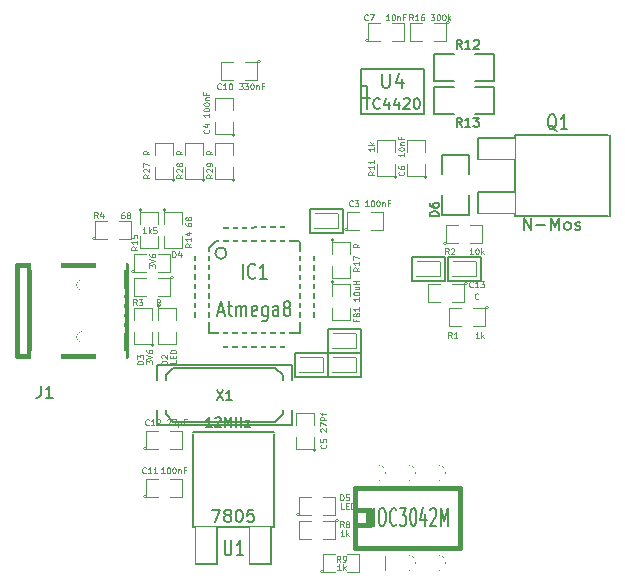
<source format=gto>
G04 (created by PCBNEW (2013-mar-13)-testing) date czw, 7 sie 2014, 20:04:06*
%MOIN*%
G04 Gerber Fmt 3.4, Leading zero omitted, Abs format*
%FSLAX34Y34*%
G01*
G70*
G90*
G04 APERTURE LIST*
%ADD10C,0.005906*%
%ADD11C,0.003900*%
%ADD12C,0.005000*%
%ADD13C,0.015000*%
%ADD14C,0.006000*%
%ADD15C,0.004300*%
%ADD16C,0.008000*%
%ADD17C,0.010000*%
%ADD18R,0.035000X0.055000*%
%ADD19R,0.055000X0.035000*%
%ADD20R,0.080000X0.060000*%
%ADD21R,0.090600X0.019700*%
%ADD22R,0.098400X0.078700*%
%ADD23C,0.035400*%
%ADD24R,0.060000X0.060000*%
%ADD25C,0.060000*%
%ADD26R,0.080000X0.050000*%
%ADD27C,0.189000*%
%ADD28R,0.189000X0.189000*%
%ADD29R,0.120000X0.065000*%
%ADD30R,0.240000X0.240000*%
%ADD31C,0.055000*%
%ADD32R,0.060000X0.080000*%
%ADD33R,0.065000X0.120000*%
%ADD34C,0.070000*%
%ADD35R,0.070000X0.070000*%
%ADD36R,0.216500X0.078700*%
%ADD37R,0.078700X0.017700*%
%ADD38R,0.017700X0.078700*%
%ADD39R,0.055000X0.055000*%
%ADD40R,0.023600X0.055100*%
G04 APERTURE END LIST*
G54D10*
G54D11*
X10692Y-7877D02*
G75*
G03X10692Y-7877I-50J0D01*
G74*
G01*
X11092Y-7877D02*
X10692Y-7877D01*
X10692Y-7877D02*
X10692Y-7277D01*
X10692Y-7277D02*
X11092Y-7277D01*
X11492Y-7277D02*
X11892Y-7277D01*
X11892Y-7277D02*
X11892Y-7877D01*
X11892Y-7877D02*
X11492Y-7877D01*
X6942Y-4727D02*
G75*
G03X6942Y-4727I-50J0D01*
G74*
G01*
X6892Y-4277D02*
X6892Y-4677D01*
X6892Y-4677D02*
X6292Y-4677D01*
X6292Y-4677D02*
X6292Y-4277D01*
X6292Y-3877D02*
X6292Y-3477D01*
X6292Y-3477D02*
X6892Y-3477D01*
X6892Y-3477D02*
X6892Y-3877D01*
X9642Y-15227D02*
G75*
G03X9642Y-15227I-50J0D01*
G74*
G01*
X9592Y-14777D02*
X9592Y-15177D01*
X9592Y-15177D02*
X8992Y-15177D01*
X8992Y-15177D02*
X8992Y-14777D01*
X8992Y-14377D02*
X8992Y-13977D01*
X8992Y-13977D02*
X9592Y-13977D01*
X9592Y-13977D02*
X9592Y-14377D01*
X13342Y-6127D02*
G75*
G03X13342Y-6127I-50J0D01*
G74*
G01*
X13292Y-5677D02*
X13292Y-6077D01*
X13292Y-6077D02*
X12692Y-6077D01*
X12692Y-6077D02*
X12692Y-5677D01*
X12692Y-5277D02*
X12692Y-4877D01*
X12692Y-4877D02*
X13292Y-4877D01*
X13292Y-4877D02*
X13292Y-5277D01*
X11392Y-1577D02*
G75*
G03X11392Y-1577I-50J0D01*
G74*
G01*
X11792Y-1577D02*
X11392Y-1577D01*
X11392Y-1577D02*
X11392Y-977D01*
X11392Y-977D02*
X11792Y-977D01*
X12192Y-977D02*
X12592Y-977D01*
X12592Y-977D02*
X12592Y-1577D01*
X12592Y-1577D02*
X12192Y-1577D01*
X7792Y-2277D02*
G75*
G03X7792Y-2277I-50J0D01*
G74*
G01*
X7292Y-2277D02*
X7692Y-2277D01*
X7692Y-2277D02*
X7692Y-2877D01*
X7692Y-2877D02*
X7292Y-2877D01*
X6892Y-2877D02*
X6492Y-2877D01*
X6492Y-2877D02*
X6492Y-2277D01*
X6492Y-2277D02*
X6892Y-2277D01*
X3992Y-16777D02*
G75*
G03X3992Y-16777I-50J0D01*
G74*
G01*
X4392Y-16777D02*
X3992Y-16777D01*
X3992Y-16777D02*
X3992Y-16177D01*
X3992Y-16177D02*
X4392Y-16177D01*
X4792Y-16177D02*
X5192Y-16177D01*
X5192Y-16177D02*
X5192Y-16777D01*
X5192Y-16777D02*
X4792Y-16777D01*
X3992Y-15177D02*
G75*
G03X3992Y-15177I-50J0D01*
G74*
G01*
X4392Y-15177D02*
X3992Y-15177D01*
X3992Y-15177D02*
X3992Y-14577D01*
X3992Y-14577D02*
X4392Y-14577D01*
X4792Y-14577D02*
X5192Y-14577D01*
X5192Y-14577D02*
X5192Y-15177D01*
X5192Y-15177D02*
X4792Y-15177D01*
X14692Y-9677D02*
G75*
G03X14692Y-9677I-50J0D01*
G74*
G01*
X14192Y-9677D02*
X14592Y-9677D01*
X14592Y-9677D02*
X14592Y-10277D01*
X14592Y-10277D02*
X14192Y-10277D01*
X13792Y-10277D02*
X13392Y-10277D01*
X13392Y-10277D02*
X13392Y-9677D01*
X13392Y-9677D02*
X13792Y-9677D01*
X4442Y-10427D02*
G75*
G03X4442Y-10427I-50J0D01*
G74*
G01*
X4392Y-10877D02*
X4392Y-10477D01*
X4392Y-10477D02*
X4992Y-10477D01*
X4992Y-10477D02*
X4992Y-10877D01*
X4992Y-11277D02*
X4992Y-11677D01*
X4992Y-11677D02*
X4392Y-11677D01*
X4392Y-11677D02*
X4392Y-11277D01*
X4242Y-11727D02*
G75*
G03X4242Y-11727I-50J0D01*
G74*
G01*
X4192Y-11277D02*
X4192Y-11677D01*
X4192Y-11677D02*
X3592Y-11677D01*
X3592Y-11677D02*
X3592Y-11277D01*
X3592Y-10877D02*
X3592Y-10477D01*
X3592Y-10477D02*
X4192Y-10477D01*
X4192Y-10477D02*
X4192Y-10877D01*
X3592Y-9277D02*
G75*
G03X3592Y-9277I-50J0D01*
G74*
G01*
X3992Y-9277D02*
X3592Y-9277D01*
X3592Y-9277D02*
X3592Y-8677D01*
X3592Y-8677D02*
X3992Y-8677D01*
X4392Y-8677D02*
X4792Y-8677D01*
X4792Y-8677D02*
X4792Y-9277D01*
X4792Y-9277D02*
X4392Y-9277D01*
X9092Y-17377D02*
G75*
G03X9092Y-17377I-50J0D01*
G74*
G01*
X9492Y-17377D02*
X9092Y-17377D01*
X9092Y-17377D02*
X9092Y-16777D01*
X9092Y-16777D02*
X9492Y-16777D01*
X9892Y-16777D02*
X10292Y-16777D01*
X10292Y-16777D02*
X10292Y-17377D01*
X10292Y-17377D02*
X9892Y-17377D01*
G54D12*
X13842Y-7377D02*
X14742Y-7377D01*
X14742Y-7377D02*
X14742Y-6727D01*
X13842Y-6027D02*
X13842Y-5377D01*
X13842Y-5377D02*
X14742Y-5377D01*
X14742Y-5377D02*
X14742Y-6027D01*
X13842Y-6727D02*
X13842Y-7377D01*
G54D11*
X10242Y-9627D02*
G75*
G03X10242Y-9627I-50J0D01*
G74*
G01*
X10192Y-10077D02*
X10192Y-9677D01*
X10192Y-9677D02*
X10792Y-9677D01*
X10792Y-9677D02*
X10792Y-10077D01*
X10792Y-10477D02*
X10792Y-10877D01*
X10792Y-10877D02*
X10192Y-10877D01*
X10192Y-10877D02*
X10192Y-10477D01*
G54D13*
X75Y-9061D02*
X75Y-12093D01*
X-318Y-9061D02*
X-318Y-12093D01*
X-318Y-12093D02*
X3303Y-12093D01*
X3303Y-12093D02*
X3303Y-9061D01*
X3303Y-9061D02*
X-318Y-9061D01*
G54D10*
X12842Y-8777D02*
X13942Y-8777D01*
X13942Y-8777D02*
X13942Y-9577D01*
X13942Y-9577D02*
X12842Y-9577D01*
X12842Y-9577D02*
X12842Y-8777D01*
X8942Y-11977D02*
X10042Y-11977D01*
X10042Y-11977D02*
X10042Y-12777D01*
X10042Y-12777D02*
X8942Y-12777D01*
X8942Y-12777D02*
X8942Y-11977D01*
X10042Y-11977D02*
X11142Y-11977D01*
X11142Y-11977D02*
X11142Y-12777D01*
X11142Y-12777D02*
X10042Y-12777D01*
X10042Y-12777D02*
X10042Y-11977D01*
X10042Y-11177D02*
X11142Y-11177D01*
X11142Y-11177D02*
X11142Y-11977D01*
X11142Y-11977D02*
X10042Y-11977D01*
X10042Y-11977D02*
X10042Y-11177D01*
X9442Y-7177D02*
X10542Y-7177D01*
X10542Y-7177D02*
X10542Y-7977D01*
X10542Y-7977D02*
X9442Y-7977D01*
X9442Y-7977D02*
X9442Y-7177D01*
X14042Y-8777D02*
X15142Y-8777D01*
X15142Y-8777D02*
X15142Y-9577D01*
X15142Y-9577D02*
X14042Y-9577D01*
X14042Y-9577D02*
X14042Y-8777D01*
G54D12*
X16292Y-6627D02*
X15042Y-6627D01*
X15042Y-6627D02*
X15042Y-7327D01*
X15042Y-7327D02*
X16292Y-7327D01*
X16292Y-4827D02*
X15042Y-4827D01*
X15042Y-4827D02*
X15042Y-5527D01*
X15042Y-5527D02*
X16292Y-5527D01*
X18692Y-7427D02*
X16292Y-7427D01*
X16292Y-7427D02*
X16292Y-4727D01*
X16292Y-4727D02*
X19392Y-4727D01*
X19442Y-4727D02*
X19442Y-7427D01*
X19392Y-7427D02*
X18692Y-7427D01*
G54D11*
X15392Y-10477D02*
G75*
G03X15392Y-10477I-50J0D01*
G74*
G01*
X14892Y-10477D02*
X15292Y-10477D01*
X15292Y-10477D02*
X15292Y-11077D01*
X15292Y-11077D02*
X14892Y-11077D01*
X14492Y-11077D02*
X14092Y-11077D01*
X14092Y-11077D02*
X14092Y-10477D01*
X14092Y-10477D02*
X14492Y-10477D01*
X13992Y-8327D02*
G75*
G03X13992Y-8327I-50J0D01*
G74*
G01*
X14392Y-8327D02*
X13992Y-8327D01*
X13992Y-8327D02*
X13992Y-7727D01*
X13992Y-7727D02*
X14392Y-7727D01*
X14792Y-7727D02*
X15192Y-7727D01*
X15192Y-7727D02*
X15192Y-8327D01*
X15192Y-8327D02*
X14792Y-8327D01*
X4892Y-9477D02*
G75*
G03X4892Y-9477I-50J0D01*
G74*
G01*
X4392Y-9477D02*
X4792Y-9477D01*
X4792Y-9477D02*
X4792Y-10077D01*
X4792Y-10077D02*
X4392Y-10077D01*
X3992Y-10077D02*
X3592Y-10077D01*
X3592Y-10077D02*
X3592Y-9477D01*
X3592Y-9477D02*
X3992Y-9477D01*
X2292Y-8177D02*
G75*
G03X2292Y-8177I-50J0D01*
G74*
G01*
X2692Y-8177D02*
X2292Y-8177D01*
X2292Y-8177D02*
X2292Y-7577D01*
X2292Y-7577D02*
X2692Y-7577D01*
X3092Y-7577D02*
X3492Y-7577D01*
X3492Y-7577D02*
X3492Y-8177D01*
X3492Y-8177D02*
X3092Y-8177D01*
X10392Y-17577D02*
G75*
G03X10392Y-17577I-50J0D01*
G74*
G01*
X9892Y-17577D02*
X10292Y-17577D01*
X10292Y-17577D02*
X10292Y-18177D01*
X10292Y-18177D02*
X9892Y-18177D01*
X9492Y-18177D02*
X9092Y-18177D01*
X9092Y-18177D02*
X9092Y-17577D01*
X9092Y-17577D02*
X9492Y-17577D01*
X9892Y-19277D02*
G75*
G03X9892Y-19277I-50J0D01*
G74*
G01*
X10292Y-19277D02*
X9892Y-19277D01*
X9892Y-19277D02*
X9892Y-18677D01*
X9892Y-18677D02*
X10292Y-18677D01*
X10692Y-18677D02*
X11092Y-18677D01*
X11092Y-18677D02*
X11092Y-19277D01*
X11092Y-19277D02*
X10692Y-19277D01*
X12342Y-6127D02*
G75*
G03X12342Y-6127I-50J0D01*
G74*
G01*
X12292Y-5677D02*
X12292Y-6077D01*
X12292Y-6077D02*
X11692Y-6077D01*
X11692Y-6077D02*
X11692Y-5677D01*
X11692Y-5277D02*
X11692Y-4877D01*
X11692Y-4877D02*
X12292Y-4877D01*
X12292Y-4877D02*
X12292Y-5277D01*
G54D12*
X13592Y-2027D02*
X13592Y-2927D01*
X13592Y-2927D02*
X14242Y-2927D01*
X14942Y-2027D02*
X15592Y-2027D01*
X15592Y-2027D02*
X15592Y-2927D01*
X15592Y-2927D02*
X14942Y-2927D01*
X14242Y-2027D02*
X13592Y-2027D01*
X13592Y-3127D02*
X13592Y-4027D01*
X13592Y-4027D02*
X14242Y-4027D01*
X14942Y-3127D02*
X15592Y-3127D01*
X15592Y-3127D02*
X15592Y-4027D01*
X15592Y-4027D02*
X14942Y-4027D01*
X14242Y-3127D02*
X13592Y-3127D01*
G54D11*
X4642Y-7227D02*
G75*
G03X4642Y-7227I-50J0D01*
G74*
G01*
X4592Y-7677D02*
X4592Y-7277D01*
X4592Y-7277D02*
X5192Y-7277D01*
X5192Y-7277D02*
X5192Y-7677D01*
X5192Y-8077D02*
X5192Y-8477D01*
X5192Y-8477D02*
X4592Y-8477D01*
X4592Y-8477D02*
X4592Y-8077D01*
X3842Y-7227D02*
G75*
G03X3842Y-7227I-50J0D01*
G74*
G01*
X3792Y-7677D02*
X3792Y-7277D01*
X3792Y-7277D02*
X4392Y-7277D01*
X4392Y-7277D02*
X4392Y-7677D01*
X4392Y-8077D02*
X4392Y-8477D01*
X4392Y-8477D02*
X3792Y-8477D01*
X3792Y-8477D02*
X3792Y-8077D01*
X14092Y-977D02*
G75*
G03X14092Y-977I-50J0D01*
G74*
G01*
X13592Y-977D02*
X13992Y-977D01*
X13992Y-977D02*
X13992Y-1577D01*
X13992Y-1577D02*
X13592Y-1577D01*
X13192Y-1577D02*
X12792Y-1577D01*
X12792Y-1577D02*
X12792Y-977D01*
X12792Y-977D02*
X13192Y-977D01*
X10242Y-8227D02*
G75*
G03X10242Y-8227I-50J0D01*
G74*
G01*
X10192Y-8677D02*
X10192Y-8277D01*
X10192Y-8277D02*
X10792Y-8277D01*
X10792Y-8277D02*
X10792Y-8677D01*
X10792Y-9077D02*
X10792Y-9477D01*
X10792Y-9477D02*
X10192Y-9477D01*
X10192Y-9477D02*
X10192Y-9077D01*
X4942Y-6227D02*
G75*
G03X4942Y-6227I-50J0D01*
G74*
G01*
X4892Y-5777D02*
X4892Y-6177D01*
X4892Y-6177D02*
X4292Y-6177D01*
X4292Y-6177D02*
X4292Y-5777D01*
X4292Y-5377D02*
X4292Y-4977D01*
X4292Y-4977D02*
X4892Y-4977D01*
X4892Y-4977D02*
X4892Y-5377D01*
X5942Y-6227D02*
G75*
G03X5942Y-6227I-50J0D01*
G74*
G01*
X5892Y-5777D02*
X5892Y-6177D01*
X5892Y-6177D02*
X5292Y-6177D01*
X5292Y-6177D02*
X5292Y-5777D01*
X5292Y-5377D02*
X5292Y-4977D01*
X5292Y-4977D02*
X5892Y-4977D01*
X5892Y-4977D02*
X5892Y-5377D01*
X6942Y-6227D02*
G75*
G03X6942Y-6227I-50J0D01*
G74*
G01*
X6892Y-5777D02*
X6892Y-6177D01*
X6892Y-6177D02*
X6292Y-6177D01*
X6292Y-6177D02*
X6292Y-5777D01*
X6292Y-5377D02*
X6292Y-4977D01*
X6292Y-4977D02*
X6892Y-4977D01*
X6892Y-4977D02*
X6892Y-5377D01*
G54D12*
X7442Y-17777D02*
X7442Y-19027D01*
X7442Y-19027D02*
X8142Y-19027D01*
X8142Y-19027D02*
X8142Y-17777D01*
X5642Y-17777D02*
X5642Y-19027D01*
X5642Y-19027D02*
X6342Y-19027D01*
X6342Y-19027D02*
X6342Y-17777D01*
X8242Y-15377D02*
X8242Y-17777D01*
X8242Y-17777D02*
X5542Y-17777D01*
X5542Y-17777D02*
X5542Y-14677D01*
X5542Y-14627D02*
X8242Y-14627D01*
X8242Y-14677D02*
X8242Y-15377D01*
G54D10*
X4642Y-12727D02*
X4642Y-12877D01*
X4642Y-14027D02*
X4642Y-13877D01*
X8542Y-14027D02*
X8542Y-13877D01*
X8542Y-12727D02*
X8542Y-12877D01*
X8842Y-12377D02*
X8842Y-12877D01*
X8842Y-14377D02*
X8842Y-13877D01*
X4342Y-14377D02*
X4342Y-13877D01*
X4342Y-12377D02*
X4342Y-12877D01*
X4642Y-14027D02*
X4892Y-14277D01*
X4892Y-14277D02*
X8292Y-14277D01*
X8292Y-14277D02*
X8542Y-14027D01*
X8542Y-12727D02*
X8292Y-12477D01*
X8292Y-12477D02*
X4892Y-12477D01*
X4892Y-12477D02*
X4642Y-12727D01*
X8842Y-14377D02*
X4342Y-14377D01*
X4342Y-12377D02*
X8842Y-12377D01*
G54D14*
X9572Y-10867D02*
X9122Y-10867D01*
X9572Y-8687D02*
X9132Y-8687D01*
X9572Y-10867D02*
X9572Y-8687D01*
X8692Y-11337D02*
X8692Y-11767D01*
X6482Y-11347D02*
X6482Y-11767D01*
X6472Y-11767D02*
X8692Y-11777D01*
X6492Y-7797D02*
X8662Y-7787D01*
X6062Y-8487D02*
X6062Y-11317D01*
X8672Y-7797D02*
X8672Y-8207D01*
X6312Y-8247D02*
X9092Y-8247D01*
X9112Y-11327D02*
X9112Y-8287D01*
X6062Y-11327D02*
X9062Y-11327D01*
X5612Y-8657D02*
X5612Y-10877D01*
X5612Y-10877D02*
X6062Y-10877D01*
X6066Y-8477D02*
X6296Y-8247D01*
X5614Y-8657D02*
X6066Y-8657D01*
X6492Y-8247D02*
X6492Y-7795D01*
X6663Y-8651D02*
G75*
G03X6663Y-8651I-188J0D01*
G74*
G01*
G54D13*
X10942Y-16477D02*
X14442Y-16477D01*
X14442Y-16477D02*
X14442Y-18477D01*
X14442Y-18477D02*
X10942Y-18477D01*
X10942Y-18477D02*
X10942Y-16477D01*
X10942Y-17227D02*
X11442Y-17227D01*
X11442Y-17227D02*
X11442Y-17727D01*
X11442Y-17727D02*
X10942Y-17727D01*
G54D12*
X11142Y-3977D02*
X11142Y-4027D01*
X11142Y-4027D02*
X13242Y-4027D01*
X13242Y-2527D02*
X11142Y-2527D01*
X11142Y-2527D02*
X11142Y-3977D01*
X11142Y-3077D02*
X11342Y-3077D01*
X11342Y-3077D02*
X11342Y-3477D01*
X11342Y-3477D02*
X11142Y-3477D01*
X13242Y-2527D02*
X13242Y-4027D01*
G54D10*
X1975Y-9711D02*
G75*
G03X1975Y-9711I-147J0D01*
G74*
G01*
X1975Y-11443D02*
G75*
G03X1975Y-11443I-147J0D01*
G74*
G01*
X13022Y-8957D02*
X13022Y-9398D01*
X13763Y-9398D01*
X13763Y-8957D01*
X13022Y-8957D01*
X9122Y-12157D02*
X9122Y-12598D01*
X9863Y-12598D01*
X9863Y-12157D01*
X9122Y-12157D01*
X10222Y-12157D02*
X10222Y-12598D01*
X10963Y-12598D01*
X10963Y-12157D01*
X10222Y-12157D01*
X10222Y-11357D02*
X10222Y-11798D01*
X10963Y-11798D01*
X10963Y-11357D01*
X10222Y-11357D01*
X9622Y-7357D02*
X9622Y-7798D01*
X10363Y-7798D01*
X10363Y-7357D01*
X9622Y-7357D01*
X14222Y-8957D02*
X14222Y-9398D01*
X14963Y-9398D01*
X14963Y-8957D01*
X14222Y-8957D01*
X11447Y-18732D02*
X11447Y-19223D01*
X11938Y-19223D01*
X11938Y-18732D01*
X11447Y-18732D01*
X12938Y-18977D02*
G75*
G03X12938Y-18977I-245J0D01*
G74*
G01*
X13938Y-18977D02*
G75*
G03X13938Y-18977I-245J0D01*
G74*
G01*
X13938Y-15977D02*
G75*
G03X13938Y-15977I-245J0D01*
G74*
G01*
X12938Y-15977D02*
G75*
G03X12938Y-15977I-245J0D01*
G74*
G01*
X11938Y-15977D02*
G75*
G03X11938Y-15977I-245J0D01*
G74*
G01*
G54D15*
X10867Y-7070D02*
X10857Y-7079D01*
X10829Y-7089D01*
X10810Y-7089D01*
X10782Y-7079D01*
X10763Y-7060D01*
X10754Y-7042D01*
X10745Y-7004D01*
X10745Y-6976D01*
X10754Y-6939D01*
X10763Y-6920D01*
X10782Y-6901D01*
X10810Y-6892D01*
X10829Y-6892D01*
X10857Y-6901D01*
X10867Y-6910D01*
X10932Y-6892D02*
X11054Y-6892D01*
X10989Y-6967D01*
X11017Y-6967D01*
X11036Y-6976D01*
X11045Y-6985D01*
X11054Y-7004D01*
X11054Y-7051D01*
X11045Y-7070D01*
X11036Y-7079D01*
X11017Y-7089D01*
X10960Y-7089D01*
X10942Y-7079D01*
X10932Y-7070D01*
X11395Y-7089D02*
X11282Y-7089D01*
X11338Y-7089D02*
X11338Y-6892D01*
X11320Y-6920D01*
X11301Y-6939D01*
X11282Y-6948D01*
X11517Y-6892D02*
X11535Y-6892D01*
X11554Y-6901D01*
X11563Y-6910D01*
X11573Y-6929D01*
X11582Y-6967D01*
X11582Y-7014D01*
X11573Y-7051D01*
X11563Y-7070D01*
X11554Y-7079D01*
X11535Y-7089D01*
X11517Y-7089D01*
X11498Y-7079D01*
X11488Y-7070D01*
X11479Y-7051D01*
X11470Y-7014D01*
X11470Y-6967D01*
X11479Y-6929D01*
X11488Y-6910D01*
X11498Y-6901D01*
X11517Y-6892D01*
X11704Y-6892D02*
X11723Y-6892D01*
X11742Y-6901D01*
X11751Y-6910D01*
X11760Y-6929D01*
X11770Y-6967D01*
X11770Y-7014D01*
X11760Y-7051D01*
X11751Y-7070D01*
X11742Y-7079D01*
X11723Y-7089D01*
X11704Y-7089D01*
X11685Y-7079D01*
X11676Y-7070D01*
X11667Y-7051D01*
X11657Y-7014D01*
X11657Y-6967D01*
X11667Y-6929D01*
X11676Y-6910D01*
X11685Y-6901D01*
X11704Y-6892D01*
X11854Y-6957D02*
X11854Y-7089D01*
X11854Y-6976D02*
X11864Y-6967D01*
X11882Y-6957D01*
X11911Y-6957D01*
X11929Y-6967D01*
X11939Y-6985D01*
X11939Y-7089D01*
X12098Y-6985D02*
X12033Y-6985D01*
X12033Y-7089D02*
X12033Y-6892D01*
X12126Y-6892D01*
X6070Y-4532D02*
X6079Y-4542D01*
X6089Y-4570D01*
X6089Y-4589D01*
X6079Y-4617D01*
X6060Y-4636D01*
X6042Y-4645D01*
X6004Y-4654D01*
X5976Y-4654D01*
X5939Y-4645D01*
X5920Y-4636D01*
X5901Y-4617D01*
X5892Y-4589D01*
X5892Y-4570D01*
X5901Y-4542D01*
X5910Y-4532D01*
X5957Y-4363D02*
X6089Y-4363D01*
X5882Y-4410D02*
X6023Y-4457D01*
X6023Y-4335D01*
X6089Y-4004D02*
X6089Y-4117D01*
X6089Y-4061D02*
X5892Y-4061D01*
X5920Y-4079D01*
X5939Y-4098D01*
X5948Y-4117D01*
X5892Y-3882D02*
X5892Y-3864D01*
X5901Y-3845D01*
X5910Y-3836D01*
X5929Y-3826D01*
X5967Y-3817D01*
X6014Y-3817D01*
X6051Y-3826D01*
X6070Y-3836D01*
X6079Y-3845D01*
X6089Y-3864D01*
X6089Y-3882D01*
X6079Y-3901D01*
X6070Y-3911D01*
X6051Y-3920D01*
X6014Y-3929D01*
X5967Y-3929D01*
X5929Y-3920D01*
X5910Y-3911D01*
X5901Y-3901D01*
X5892Y-3882D01*
X5892Y-3695D02*
X5892Y-3676D01*
X5901Y-3657D01*
X5910Y-3648D01*
X5929Y-3639D01*
X5967Y-3629D01*
X6014Y-3629D01*
X6051Y-3639D01*
X6070Y-3648D01*
X6079Y-3657D01*
X6089Y-3676D01*
X6089Y-3695D01*
X6079Y-3714D01*
X6070Y-3723D01*
X6051Y-3732D01*
X6014Y-3742D01*
X5967Y-3742D01*
X5929Y-3732D01*
X5910Y-3723D01*
X5901Y-3714D01*
X5892Y-3695D01*
X5957Y-3545D02*
X6089Y-3545D01*
X5976Y-3545D02*
X5967Y-3535D01*
X5957Y-3517D01*
X5957Y-3488D01*
X5967Y-3470D01*
X5985Y-3460D01*
X6089Y-3460D01*
X5985Y-3301D02*
X5985Y-3366D01*
X6089Y-3366D02*
X5892Y-3366D01*
X5892Y-3273D01*
X9970Y-15032D02*
X9979Y-15042D01*
X9989Y-15070D01*
X9989Y-15089D01*
X9979Y-15117D01*
X9960Y-15136D01*
X9942Y-15145D01*
X9904Y-15154D01*
X9876Y-15154D01*
X9839Y-15145D01*
X9820Y-15136D01*
X9801Y-15117D01*
X9792Y-15089D01*
X9792Y-15070D01*
X9801Y-15042D01*
X9810Y-15032D01*
X9792Y-14854D02*
X9792Y-14948D01*
X9885Y-14957D01*
X9876Y-14948D01*
X9867Y-14929D01*
X9867Y-14882D01*
X9876Y-14863D01*
X9885Y-14854D01*
X9904Y-14845D01*
X9951Y-14845D01*
X9970Y-14854D01*
X9979Y-14863D01*
X9989Y-14882D01*
X9989Y-14929D01*
X9979Y-14948D01*
X9970Y-14957D01*
X9810Y-14604D02*
X9801Y-14595D01*
X9792Y-14576D01*
X9792Y-14529D01*
X9801Y-14511D01*
X9810Y-14501D01*
X9829Y-14492D01*
X9848Y-14492D01*
X9876Y-14501D01*
X9989Y-14614D01*
X9989Y-14492D01*
X9792Y-14426D02*
X9792Y-14295D01*
X9989Y-14379D01*
X9989Y-14220D02*
X9792Y-14220D01*
X9792Y-14145D01*
X9801Y-14126D01*
X9810Y-14117D01*
X9829Y-14107D01*
X9857Y-14107D01*
X9876Y-14117D01*
X9885Y-14126D01*
X9895Y-14145D01*
X9895Y-14220D01*
X9857Y-14051D02*
X9857Y-13976D01*
X9989Y-14023D02*
X9820Y-14023D01*
X9801Y-14013D01*
X9792Y-13995D01*
X9792Y-13976D01*
X12570Y-5932D02*
X12579Y-5942D01*
X12589Y-5970D01*
X12589Y-5989D01*
X12579Y-6017D01*
X12560Y-6036D01*
X12542Y-6045D01*
X12504Y-6054D01*
X12476Y-6054D01*
X12439Y-6045D01*
X12420Y-6036D01*
X12401Y-6017D01*
X12392Y-5989D01*
X12392Y-5970D01*
X12401Y-5942D01*
X12410Y-5932D01*
X12392Y-5763D02*
X12392Y-5801D01*
X12401Y-5820D01*
X12410Y-5829D01*
X12439Y-5848D01*
X12476Y-5857D01*
X12551Y-5857D01*
X12570Y-5848D01*
X12579Y-5839D01*
X12589Y-5820D01*
X12589Y-5782D01*
X12579Y-5763D01*
X12570Y-5754D01*
X12551Y-5745D01*
X12504Y-5745D01*
X12485Y-5754D01*
X12476Y-5763D01*
X12467Y-5782D01*
X12467Y-5820D01*
X12476Y-5839D01*
X12485Y-5848D01*
X12504Y-5857D01*
X12589Y-5311D02*
X12589Y-5423D01*
X12589Y-5367D02*
X12392Y-5367D01*
X12420Y-5386D01*
X12439Y-5404D01*
X12448Y-5423D01*
X12392Y-5189D02*
X12392Y-5170D01*
X12401Y-5151D01*
X12410Y-5142D01*
X12429Y-5132D01*
X12467Y-5123D01*
X12514Y-5123D01*
X12551Y-5132D01*
X12570Y-5142D01*
X12579Y-5151D01*
X12589Y-5170D01*
X12589Y-5189D01*
X12579Y-5207D01*
X12570Y-5217D01*
X12551Y-5226D01*
X12514Y-5236D01*
X12467Y-5236D01*
X12429Y-5226D01*
X12410Y-5217D01*
X12401Y-5207D01*
X12392Y-5189D01*
X12457Y-5039D02*
X12589Y-5039D01*
X12476Y-5039D02*
X12467Y-5029D01*
X12457Y-5010D01*
X12457Y-4982D01*
X12467Y-4963D01*
X12485Y-4954D01*
X12589Y-4954D01*
X12485Y-4795D02*
X12485Y-4860D01*
X12589Y-4860D02*
X12392Y-4860D01*
X12392Y-4766D01*
X11367Y-870D02*
X11357Y-879D01*
X11329Y-889D01*
X11310Y-889D01*
X11282Y-879D01*
X11263Y-860D01*
X11254Y-842D01*
X11245Y-804D01*
X11245Y-776D01*
X11254Y-739D01*
X11263Y-720D01*
X11282Y-701D01*
X11310Y-692D01*
X11329Y-692D01*
X11357Y-701D01*
X11367Y-710D01*
X11432Y-692D02*
X11564Y-692D01*
X11479Y-889D01*
X12088Y-889D02*
X11976Y-889D01*
X12032Y-889D02*
X12032Y-692D01*
X12013Y-720D01*
X11995Y-739D01*
X11976Y-748D01*
X12210Y-692D02*
X12229Y-692D01*
X12248Y-701D01*
X12257Y-710D01*
X12267Y-729D01*
X12276Y-767D01*
X12276Y-814D01*
X12267Y-851D01*
X12257Y-870D01*
X12248Y-879D01*
X12229Y-889D01*
X12210Y-889D01*
X12192Y-879D01*
X12182Y-870D01*
X12173Y-851D01*
X12163Y-814D01*
X12163Y-767D01*
X12173Y-729D01*
X12182Y-710D01*
X12192Y-701D01*
X12210Y-692D01*
X12360Y-757D02*
X12360Y-889D01*
X12360Y-776D02*
X12370Y-767D01*
X12389Y-757D01*
X12417Y-757D01*
X12436Y-767D01*
X12445Y-785D01*
X12445Y-889D01*
X12604Y-785D02*
X12539Y-785D01*
X12539Y-889D02*
X12539Y-692D01*
X12633Y-692D01*
X6473Y-3170D02*
X6463Y-3179D01*
X6435Y-3189D01*
X6417Y-3189D01*
X6388Y-3179D01*
X6370Y-3160D01*
X6360Y-3142D01*
X6351Y-3104D01*
X6351Y-3076D01*
X6360Y-3039D01*
X6370Y-3020D01*
X6388Y-3001D01*
X6417Y-2992D01*
X6435Y-2992D01*
X6463Y-3001D01*
X6473Y-3010D01*
X6660Y-3189D02*
X6548Y-3189D01*
X6604Y-3189D02*
X6604Y-2992D01*
X6585Y-3020D01*
X6567Y-3039D01*
X6548Y-3048D01*
X6782Y-2992D02*
X6801Y-2992D01*
X6820Y-3001D01*
X6829Y-3010D01*
X6839Y-3029D01*
X6848Y-3067D01*
X6848Y-3114D01*
X6839Y-3151D01*
X6829Y-3170D01*
X6820Y-3179D01*
X6801Y-3189D01*
X6782Y-3189D01*
X6764Y-3179D01*
X6754Y-3170D01*
X6745Y-3151D01*
X6736Y-3114D01*
X6736Y-3067D01*
X6745Y-3029D01*
X6754Y-3010D01*
X6764Y-3001D01*
X6782Y-2992D01*
X7073Y-2992D02*
X7195Y-2992D01*
X7129Y-3067D01*
X7157Y-3067D01*
X7176Y-3076D01*
X7185Y-3085D01*
X7195Y-3104D01*
X7195Y-3151D01*
X7185Y-3170D01*
X7176Y-3179D01*
X7157Y-3189D01*
X7101Y-3189D01*
X7082Y-3179D01*
X7073Y-3170D01*
X7260Y-2992D02*
X7382Y-2992D01*
X7317Y-3067D01*
X7345Y-3067D01*
X7363Y-3076D01*
X7373Y-3085D01*
X7382Y-3104D01*
X7382Y-3151D01*
X7373Y-3170D01*
X7363Y-3179D01*
X7345Y-3189D01*
X7288Y-3189D01*
X7270Y-3179D01*
X7260Y-3170D01*
X7504Y-2992D02*
X7523Y-2992D01*
X7542Y-3001D01*
X7551Y-3010D01*
X7560Y-3029D01*
X7570Y-3067D01*
X7570Y-3114D01*
X7560Y-3151D01*
X7551Y-3170D01*
X7542Y-3179D01*
X7523Y-3189D01*
X7504Y-3189D01*
X7485Y-3179D01*
X7476Y-3170D01*
X7467Y-3151D01*
X7457Y-3114D01*
X7457Y-3067D01*
X7467Y-3029D01*
X7476Y-3010D01*
X7485Y-3001D01*
X7504Y-2992D01*
X7654Y-3057D02*
X7654Y-3189D01*
X7654Y-3076D02*
X7664Y-3067D01*
X7682Y-3057D01*
X7711Y-3057D01*
X7729Y-3067D01*
X7739Y-3085D01*
X7739Y-3189D01*
X7898Y-3085D02*
X7833Y-3085D01*
X7833Y-3189D02*
X7833Y-2992D01*
X7926Y-2992D01*
X3973Y-15970D02*
X3963Y-15979D01*
X3935Y-15989D01*
X3917Y-15989D01*
X3888Y-15979D01*
X3870Y-15960D01*
X3860Y-15942D01*
X3851Y-15904D01*
X3851Y-15876D01*
X3860Y-15839D01*
X3870Y-15820D01*
X3888Y-15801D01*
X3917Y-15792D01*
X3935Y-15792D01*
X3963Y-15801D01*
X3973Y-15810D01*
X4160Y-15989D02*
X4048Y-15989D01*
X4104Y-15989D02*
X4104Y-15792D01*
X4085Y-15820D01*
X4067Y-15839D01*
X4048Y-15848D01*
X4348Y-15989D02*
X4236Y-15989D01*
X4292Y-15989D02*
X4292Y-15792D01*
X4273Y-15820D01*
X4254Y-15839D01*
X4236Y-15848D01*
X4595Y-15989D02*
X4482Y-15989D01*
X4538Y-15989D02*
X4538Y-15792D01*
X4520Y-15820D01*
X4501Y-15839D01*
X4482Y-15848D01*
X4717Y-15792D02*
X4735Y-15792D01*
X4754Y-15801D01*
X4763Y-15810D01*
X4773Y-15829D01*
X4782Y-15867D01*
X4782Y-15914D01*
X4773Y-15951D01*
X4763Y-15970D01*
X4754Y-15979D01*
X4735Y-15989D01*
X4717Y-15989D01*
X4698Y-15979D01*
X4688Y-15970D01*
X4679Y-15951D01*
X4670Y-15914D01*
X4670Y-15867D01*
X4679Y-15829D01*
X4688Y-15810D01*
X4698Y-15801D01*
X4717Y-15792D01*
X4904Y-15792D02*
X4923Y-15792D01*
X4942Y-15801D01*
X4951Y-15810D01*
X4960Y-15829D01*
X4970Y-15867D01*
X4970Y-15914D01*
X4960Y-15951D01*
X4951Y-15970D01*
X4942Y-15979D01*
X4923Y-15989D01*
X4904Y-15989D01*
X4885Y-15979D01*
X4876Y-15970D01*
X4867Y-15951D01*
X4857Y-15914D01*
X4857Y-15867D01*
X4867Y-15829D01*
X4876Y-15810D01*
X4885Y-15801D01*
X4904Y-15792D01*
X5054Y-15857D02*
X5054Y-15989D01*
X5054Y-15876D02*
X5064Y-15867D01*
X5082Y-15857D01*
X5111Y-15857D01*
X5129Y-15867D01*
X5139Y-15885D01*
X5139Y-15989D01*
X5298Y-15885D02*
X5233Y-15885D01*
X5233Y-15989D02*
X5233Y-15792D01*
X5326Y-15792D01*
X4073Y-14370D02*
X4063Y-14379D01*
X4035Y-14389D01*
X4017Y-14389D01*
X3988Y-14379D01*
X3970Y-14360D01*
X3960Y-14342D01*
X3951Y-14304D01*
X3951Y-14276D01*
X3960Y-14239D01*
X3970Y-14220D01*
X3988Y-14201D01*
X4017Y-14192D01*
X4035Y-14192D01*
X4063Y-14201D01*
X4073Y-14210D01*
X4260Y-14389D02*
X4148Y-14389D01*
X4204Y-14389D02*
X4204Y-14192D01*
X4185Y-14220D01*
X4167Y-14239D01*
X4148Y-14248D01*
X4336Y-14210D02*
X4345Y-14201D01*
X4364Y-14192D01*
X4411Y-14192D01*
X4429Y-14201D01*
X4439Y-14210D01*
X4448Y-14229D01*
X4448Y-14248D01*
X4439Y-14276D01*
X4326Y-14389D01*
X4448Y-14389D01*
X4676Y-14210D02*
X4685Y-14201D01*
X4704Y-14192D01*
X4751Y-14192D01*
X4770Y-14201D01*
X4779Y-14210D01*
X4788Y-14229D01*
X4788Y-14248D01*
X4779Y-14276D01*
X4666Y-14389D01*
X4788Y-14389D01*
X4854Y-14192D02*
X4985Y-14192D01*
X4901Y-14389D01*
X5060Y-14257D02*
X5060Y-14454D01*
X5060Y-14267D02*
X5079Y-14257D01*
X5117Y-14257D01*
X5136Y-14267D01*
X5145Y-14276D01*
X5154Y-14295D01*
X5154Y-14351D01*
X5145Y-14370D01*
X5136Y-14379D01*
X5117Y-14389D01*
X5079Y-14389D01*
X5060Y-14379D01*
X5304Y-14285D02*
X5239Y-14285D01*
X5239Y-14389D02*
X5239Y-14192D01*
X5333Y-14192D01*
X14873Y-9770D02*
X14863Y-9779D01*
X14835Y-9789D01*
X14817Y-9789D01*
X14788Y-9779D01*
X14770Y-9760D01*
X14760Y-9742D01*
X14751Y-9704D01*
X14751Y-9676D01*
X14760Y-9639D01*
X14770Y-9620D01*
X14788Y-9601D01*
X14817Y-9592D01*
X14835Y-9592D01*
X14863Y-9601D01*
X14873Y-9610D01*
X15060Y-9789D02*
X14948Y-9789D01*
X15004Y-9789D02*
X15004Y-9592D01*
X14985Y-9620D01*
X14967Y-9639D01*
X14948Y-9648D01*
X15126Y-9592D02*
X15248Y-9592D01*
X15182Y-9667D01*
X15211Y-9667D01*
X15229Y-9676D01*
X15239Y-9685D01*
X15248Y-9704D01*
X15248Y-9751D01*
X15239Y-9770D01*
X15229Y-9779D01*
X15211Y-9789D01*
X15154Y-9789D01*
X15136Y-9779D01*
X15126Y-9770D01*
X15060Y-10170D02*
X15051Y-10179D01*
X15023Y-10189D01*
X15004Y-10189D01*
X14976Y-10179D01*
X14957Y-10160D01*
X14948Y-10142D01*
X14939Y-10104D01*
X14939Y-10076D01*
X14948Y-10039D01*
X14957Y-10020D01*
X14976Y-10001D01*
X15004Y-9992D01*
X15023Y-9992D01*
X15051Y-10001D01*
X15060Y-10010D01*
X4689Y-12345D02*
X4492Y-12345D01*
X4492Y-12298D01*
X4501Y-12270D01*
X4520Y-12251D01*
X4539Y-12242D01*
X4576Y-12232D01*
X4604Y-12232D01*
X4642Y-12242D01*
X4660Y-12251D01*
X4679Y-12270D01*
X4689Y-12298D01*
X4689Y-12345D01*
X4510Y-12157D02*
X4501Y-12148D01*
X4492Y-12129D01*
X4492Y-12082D01*
X4501Y-12063D01*
X4510Y-12054D01*
X4529Y-12045D01*
X4548Y-12045D01*
X4576Y-12054D01*
X4689Y-12167D01*
X4689Y-12045D01*
X4989Y-12226D02*
X4989Y-12320D01*
X4792Y-12320D01*
X4885Y-12160D02*
X4885Y-12095D01*
X4989Y-12067D02*
X4989Y-12160D01*
X4792Y-12160D01*
X4792Y-12067D01*
X4989Y-11982D02*
X4792Y-11982D01*
X4792Y-11935D01*
X4801Y-11907D01*
X4820Y-11888D01*
X4839Y-11879D01*
X4876Y-11870D01*
X4904Y-11870D01*
X4942Y-11879D01*
X4960Y-11888D01*
X4979Y-11907D01*
X4989Y-11935D01*
X4989Y-11982D01*
X3889Y-12345D02*
X3692Y-12345D01*
X3692Y-12298D01*
X3701Y-12270D01*
X3720Y-12251D01*
X3739Y-12242D01*
X3776Y-12232D01*
X3804Y-12232D01*
X3842Y-12242D01*
X3860Y-12251D01*
X3879Y-12270D01*
X3889Y-12298D01*
X3889Y-12345D01*
X3692Y-12167D02*
X3692Y-12045D01*
X3767Y-12110D01*
X3767Y-12082D01*
X3776Y-12063D01*
X3785Y-12054D01*
X3804Y-12045D01*
X3851Y-12045D01*
X3870Y-12054D01*
X3879Y-12063D01*
X3889Y-12082D01*
X3889Y-12139D01*
X3879Y-12157D01*
X3870Y-12167D01*
X3992Y-12343D02*
X3992Y-12221D01*
X4067Y-12287D01*
X4067Y-12259D01*
X4076Y-12240D01*
X4085Y-12231D01*
X4104Y-12221D01*
X4151Y-12221D01*
X4170Y-12231D01*
X4179Y-12240D01*
X4189Y-12259D01*
X4189Y-12315D01*
X4179Y-12334D01*
X4170Y-12343D01*
X3992Y-12165D02*
X4189Y-12099D01*
X3992Y-12034D01*
X3992Y-11884D02*
X3992Y-11921D01*
X4001Y-11940D01*
X4010Y-11949D01*
X4039Y-11968D01*
X4076Y-11978D01*
X4151Y-11978D01*
X4170Y-11968D01*
X4179Y-11959D01*
X4189Y-11940D01*
X4189Y-11903D01*
X4179Y-11884D01*
X4170Y-11874D01*
X4151Y-11865D01*
X4104Y-11865D01*
X4085Y-11874D01*
X4076Y-11884D01*
X4067Y-11903D01*
X4067Y-11940D01*
X4076Y-11959D01*
X4085Y-11968D01*
X4104Y-11978D01*
X4854Y-8789D02*
X4854Y-8592D01*
X4901Y-8592D01*
X4929Y-8601D01*
X4948Y-8620D01*
X4957Y-8639D01*
X4967Y-8676D01*
X4967Y-8704D01*
X4957Y-8742D01*
X4948Y-8760D01*
X4929Y-8779D01*
X4901Y-8789D01*
X4854Y-8789D01*
X5136Y-8657D02*
X5136Y-8789D01*
X5089Y-8582D02*
X5042Y-8723D01*
X5164Y-8723D01*
X4092Y-9143D02*
X4092Y-9021D01*
X4167Y-9087D01*
X4167Y-9059D01*
X4176Y-9040D01*
X4185Y-9031D01*
X4204Y-9021D01*
X4251Y-9021D01*
X4270Y-9031D01*
X4279Y-9040D01*
X4289Y-9059D01*
X4289Y-9115D01*
X4279Y-9134D01*
X4270Y-9143D01*
X4092Y-8965D02*
X4289Y-8899D01*
X4092Y-8834D01*
X4092Y-8684D02*
X4092Y-8721D01*
X4101Y-8740D01*
X4110Y-8749D01*
X4139Y-8768D01*
X4176Y-8778D01*
X4251Y-8778D01*
X4270Y-8768D01*
X4279Y-8759D01*
X4289Y-8740D01*
X4289Y-8703D01*
X4279Y-8684D01*
X4270Y-8674D01*
X4251Y-8665D01*
X4204Y-8665D01*
X4185Y-8674D01*
X4176Y-8684D01*
X4167Y-8703D01*
X4167Y-8740D01*
X4176Y-8759D01*
X4185Y-8768D01*
X4204Y-8778D01*
X10454Y-16889D02*
X10454Y-16692D01*
X10501Y-16692D01*
X10529Y-16701D01*
X10548Y-16720D01*
X10557Y-16739D01*
X10567Y-16776D01*
X10567Y-16804D01*
X10557Y-16842D01*
X10548Y-16860D01*
X10529Y-16879D01*
X10501Y-16889D01*
X10454Y-16889D01*
X10745Y-16692D02*
X10651Y-16692D01*
X10642Y-16785D01*
X10651Y-16776D01*
X10670Y-16767D01*
X10717Y-16767D01*
X10736Y-16776D01*
X10745Y-16785D01*
X10754Y-16804D01*
X10754Y-16851D01*
X10745Y-16870D01*
X10736Y-16879D01*
X10717Y-16889D01*
X10670Y-16889D01*
X10651Y-16879D01*
X10642Y-16870D01*
X10573Y-17189D02*
X10479Y-17189D01*
X10479Y-16992D01*
X10639Y-17085D02*
X10704Y-17085D01*
X10732Y-17189D02*
X10639Y-17189D01*
X10639Y-16992D01*
X10732Y-16992D01*
X10817Y-17189D02*
X10817Y-16992D01*
X10864Y-16992D01*
X10892Y-17001D01*
X10911Y-17020D01*
X10920Y-17039D01*
X10929Y-17076D01*
X10929Y-17104D01*
X10920Y-17142D01*
X10911Y-17160D01*
X10892Y-17179D01*
X10864Y-17189D01*
X10817Y-17189D01*
G54D12*
X13735Y-7421D02*
X13435Y-7421D01*
X13435Y-7350D01*
X13450Y-7307D01*
X13478Y-7278D01*
X13507Y-7264D01*
X13564Y-7250D01*
X13607Y-7250D01*
X13664Y-7264D01*
X13692Y-7278D01*
X13721Y-7307D01*
X13735Y-7350D01*
X13735Y-7421D01*
X13435Y-6992D02*
X13435Y-7050D01*
X13450Y-7078D01*
X13464Y-7092D01*
X13507Y-7121D01*
X13564Y-7135D01*
X13678Y-7135D01*
X13707Y-7121D01*
X13721Y-7107D01*
X13735Y-7078D01*
X13735Y-7021D01*
X13721Y-6992D01*
X13707Y-6978D01*
X13678Y-6964D01*
X13607Y-6964D01*
X13578Y-6978D01*
X13564Y-6992D01*
X13550Y-7021D01*
X13550Y-7078D01*
X13564Y-7107D01*
X13578Y-7121D01*
X13607Y-7135D01*
G54D15*
X10985Y-10864D02*
X10985Y-10929D01*
X11089Y-10929D02*
X10892Y-10929D01*
X10892Y-10836D01*
X10985Y-10695D02*
X10995Y-10667D01*
X11004Y-10657D01*
X11023Y-10648D01*
X11051Y-10648D01*
X11070Y-10657D01*
X11079Y-10667D01*
X11089Y-10685D01*
X11089Y-10760D01*
X10892Y-10760D01*
X10892Y-10695D01*
X10901Y-10676D01*
X10910Y-10667D01*
X10929Y-10657D01*
X10948Y-10657D01*
X10967Y-10667D01*
X10976Y-10676D01*
X10985Y-10695D01*
X10985Y-10760D01*
X11089Y-10460D02*
X11089Y-10573D01*
X11089Y-10517D02*
X10892Y-10517D01*
X10920Y-10535D01*
X10939Y-10554D01*
X10948Y-10573D01*
X11089Y-10129D02*
X11089Y-10242D01*
X11089Y-10186D02*
X10892Y-10186D01*
X10920Y-10204D01*
X10939Y-10223D01*
X10948Y-10242D01*
X10892Y-10007D02*
X10892Y-9989D01*
X10901Y-9970D01*
X10910Y-9960D01*
X10929Y-9951D01*
X10967Y-9942D01*
X11014Y-9942D01*
X11051Y-9951D01*
X11070Y-9960D01*
X11079Y-9970D01*
X11089Y-9989D01*
X11089Y-10007D01*
X11079Y-10026D01*
X11070Y-10036D01*
X11051Y-10045D01*
X11014Y-10054D01*
X10967Y-10054D01*
X10929Y-10045D01*
X10910Y-10036D01*
X10901Y-10026D01*
X10892Y-10007D01*
X10957Y-9773D02*
X11089Y-9773D01*
X10957Y-9857D02*
X11060Y-9857D01*
X11079Y-9848D01*
X11089Y-9829D01*
X11089Y-9801D01*
X11079Y-9782D01*
X11070Y-9773D01*
X11089Y-9679D02*
X10892Y-9679D01*
X10985Y-9679D02*
X10985Y-9566D01*
X11089Y-9566D02*
X10892Y-9566D01*
G54D16*
X466Y-13080D02*
X466Y-13366D01*
X447Y-13423D01*
X409Y-13461D01*
X352Y-13480D01*
X314Y-13480D01*
X866Y-13480D02*
X638Y-13480D01*
X752Y-13480D02*
X752Y-13080D01*
X714Y-13138D01*
X676Y-13176D01*
X638Y-13195D01*
G54D17*
G54D16*
X17661Y-4573D02*
X17623Y-4550D01*
X17585Y-4502D01*
X17528Y-4430D01*
X17490Y-4407D01*
X17452Y-4407D01*
X17471Y-4526D02*
X17433Y-4502D01*
X17395Y-4454D01*
X17376Y-4359D01*
X17376Y-4192D01*
X17395Y-4097D01*
X17433Y-4050D01*
X17471Y-4026D01*
X17547Y-4026D01*
X17585Y-4050D01*
X17623Y-4097D01*
X17642Y-4192D01*
X17642Y-4359D01*
X17623Y-4454D01*
X17585Y-4502D01*
X17547Y-4526D01*
X17471Y-4526D01*
X18023Y-4526D02*
X17795Y-4526D01*
X17909Y-4526D02*
X17909Y-4026D01*
X17871Y-4097D01*
X17833Y-4145D01*
X17795Y-4169D01*
X16566Y-7880D02*
X16566Y-7480D01*
X16795Y-7880D01*
X16795Y-7480D01*
X16985Y-7728D02*
X17290Y-7728D01*
X17480Y-7880D02*
X17480Y-7480D01*
X17614Y-7766D01*
X17747Y-7480D01*
X17747Y-7880D01*
X17995Y-7880D02*
X17957Y-7861D01*
X17938Y-7842D01*
X17919Y-7804D01*
X17919Y-7690D01*
X17938Y-7652D01*
X17957Y-7633D01*
X17995Y-7614D01*
X18052Y-7614D01*
X18090Y-7633D01*
X18109Y-7652D01*
X18128Y-7690D01*
X18128Y-7804D01*
X18109Y-7842D01*
X18090Y-7861D01*
X18052Y-7880D01*
X17995Y-7880D01*
X18280Y-7861D02*
X18319Y-7880D01*
X18395Y-7880D01*
X18433Y-7861D01*
X18452Y-7823D01*
X18452Y-7804D01*
X18433Y-7766D01*
X18395Y-7747D01*
X18338Y-7747D01*
X18300Y-7728D01*
X18280Y-7690D01*
X18280Y-7671D01*
X18300Y-7633D01*
X18338Y-7614D01*
X18395Y-7614D01*
X18433Y-7633D01*
G54D15*
X14167Y-11489D02*
X14101Y-11395D01*
X14054Y-11489D02*
X14054Y-11292D01*
X14129Y-11292D01*
X14148Y-11301D01*
X14157Y-11310D01*
X14167Y-11329D01*
X14167Y-11357D01*
X14157Y-11376D01*
X14148Y-11385D01*
X14129Y-11395D01*
X14054Y-11395D01*
X14354Y-11489D02*
X14242Y-11489D01*
X14298Y-11489D02*
X14298Y-11292D01*
X14279Y-11320D01*
X14260Y-11339D01*
X14242Y-11348D01*
X15076Y-11489D02*
X14963Y-11489D01*
X15020Y-11489D02*
X15020Y-11292D01*
X15001Y-11320D01*
X14982Y-11339D01*
X14963Y-11348D01*
X15160Y-11489D02*
X15160Y-11292D01*
X15179Y-11414D02*
X15236Y-11489D01*
X15236Y-11357D02*
X15160Y-11432D01*
X14067Y-8689D02*
X14001Y-8595D01*
X13954Y-8689D02*
X13954Y-8492D01*
X14029Y-8492D01*
X14048Y-8501D01*
X14057Y-8510D01*
X14067Y-8529D01*
X14067Y-8557D01*
X14057Y-8576D01*
X14048Y-8585D01*
X14029Y-8595D01*
X13954Y-8595D01*
X14142Y-8510D02*
X14151Y-8501D01*
X14170Y-8492D01*
X14217Y-8492D01*
X14236Y-8501D01*
X14245Y-8510D01*
X14254Y-8529D01*
X14254Y-8548D01*
X14245Y-8576D01*
X14132Y-8689D01*
X14254Y-8689D01*
X14882Y-8689D02*
X14770Y-8689D01*
X14826Y-8689D02*
X14826Y-8492D01*
X14807Y-8520D01*
X14788Y-8539D01*
X14770Y-8548D01*
X15004Y-8492D02*
X15023Y-8492D01*
X15042Y-8501D01*
X15051Y-8510D01*
X15060Y-8529D01*
X15070Y-8567D01*
X15070Y-8614D01*
X15060Y-8651D01*
X15051Y-8670D01*
X15042Y-8679D01*
X15023Y-8689D01*
X15004Y-8689D01*
X14985Y-8679D01*
X14976Y-8670D01*
X14967Y-8651D01*
X14957Y-8614D01*
X14957Y-8567D01*
X14967Y-8529D01*
X14976Y-8510D01*
X14985Y-8501D01*
X15004Y-8492D01*
X15154Y-8689D02*
X15154Y-8492D01*
X15173Y-8614D02*
X15229Y-8689D01*
X15229Y-8557D02*
X15154Y-8632D01*
X3667Y-10389D02*
X3601Y-10295D01*
X3554Y-10389D02*
X3554Y-10192D01*
X3629Y-10192D01*
X3648Y-10201D01*
X3657Y-10210D01*
X3667Y-10229D01*
X3667Y-10257D01*
X3657Y-10276D01*
X3648Y-10285D01*
X3629Y-10295D01*
X3554Y-10295D01*
X3732Y-10192D02*
X3854Y-10192D01*
X3789Y-10267D01*
X3817Y-10267D01*
X3836Y-10276D01*
X3845Y-10285D01*
X3854Y-10304D01*
X3854Y-10351D01*
X3845Y-10370D01*
X3836Y-10379D01*
X3817Y-10389D01*
X3760Y-10389D01*
X3742Y-10379D01*
X3732Y-10370D01*
X4460Y-10389D02*
X4395Y-10295D01*
X4348Y-10389D02*
X4348Y-10192D01*
X4423Y-10192D01*
X4442Y-10201D01*
X4451Y-10210D01*
X4460Y-10229D01*
X4460Y-10257D01*
X4451Y-10276D01*
X4442Y-10285D01*
X4423Y-10295D01*
X4348Y-10295D01*
X2367Y-7489D02*
X2301Y-7395D01*
X2254Y-7489D02*
X2254Y-7292D01*
X2329Y-7292D01*
X2348Y-7301D01*
X2357Y-7310D01*
X2367Y-7329D01*
X2367Y-7357D01*
X2357Y-7376D01*
X2348Y-7385D01*
X2329Y-7395D01*
X2254Y-7395D01*
X2536Y-7357D02*
X2536Y-7489D01*
X2489Y-7282D02*
X2442Y-7423D01*
X2564Y-7423D01*
X3243Y-7292D02*
X3206Y-7292D01*
X3187Y-7301D01*
X3178Y-7310D01*
X3159Y-7339D01*
X3149Y-7376D01*
X3149Y-7451D01*
X3159Y-7470D01*
X3168Y-7479D01*
X3187Y-7489D01*
X3224Y-7489D01*
X3243Y-7479D01*
X3253Y-7470D01*
X3262Y-7451D01*
X3262Y-7404D01*
X3253Y-7385D01*
X3243Y-7376D01*
X3224Y-7367D01*
X3187Y-7367D01*
X3168Y-7376D01*
X3159Y-7385D01*
X3149Y-7404D01*
X3375Y-7376D02*
X3356Y-7367D01*
X3346Y-7357D01*
X3337Y-7339D01*
X3337Y-7329D01*
X3346Y-7310D01*
X3356Y-7301D01*
X3375Y-7292D01*
X3412Y-7292D01*
X3431Y-7301D01*
X3440Y-7310D01*
X3450Y-7329D01*
X3450Y-7339D01*
X3440Y-7357D01*
X3431Y-7367D01*
X3412Y-7376D01*
X3375Y-7376D01*
X3356Y-7385D01*
X3346Y-7395D01*
X3337Y-7414D01*
X3337Y-7451D01*
X3346Y-7470D01*
X3356Y-7479D01*
X3375Y-7489D01*
X3412Y-7489D01*
X3431Y-7479D01*
X3440Y-7470D01*
X3450Y-7451D01*
X3450Y-7414D01*
X3440Y-7395D01*
X3431Y-7385D01*
X3412Y-7376D01*
X10567Y-17789D02*
X10501Y-17695D01*
X10454Y-17789D02*
X10454Y-17592D01*
X10529Y-17592D01*
X10548Y-17601D01*
X10557Y-17610D01*
X10567Y-17629D01*
X10567Y-17657D01*
X10557Y-17676D01*
X10548Y-17685D01*
X10529Y-17695D01*
X10454Y-17695D01*
X10679Y-17676D02*
X10660Y-17667D01*
X10651Y-17657D01*
X10642Y-17639D01*
X10642Y-17629D01*
X10651Y-17610D01*
X10660Y-17601D01*
X10679Y-17592D01*
X10717Y-17592D01*
X10736Y-17601D01*
X10745Y-17610D01*
X10754Y-17629D01*
X10754Y-17639D01*
X10745Y-17657D01*
X10736Y-17667D01*
X10717Y-17676D01*
X10679Y-17676D01*
X10660Y-17685D01*
X10651Y-17695D01*
X10642Y-17714D01*
X10642Y-17751D01*
X10651Y-17770D01*
X10660Y-17779D01*
X10679Y-17789D01*
X10717Y-17789D01*
X10736Y-17779D01*
X10745Y-17770D01*
X10754Y-17751D01*
X10754Y-17714D01*
X10745Y-17695D01*
X10736Y-17685D01*
X10717Y-17676D01*
X10576Y-18089D02*
X10463Y-18089D01*
X10520Y-18089D02*
X10520Y-17892D01*
X10501Y-17920D01*
X10482Y-17939D01*
X10463Y-17948D01*
X10660Y-18089D02*
X10660Y-17892D01*
X10679Y-18014D02*
X10736Y-18089D01*
X10736Y-17957D02*
X10660Y-18032D01*
X10460Y-18942D02*
X10394Y-18848D01*
X10347Y-18942D02*
X10347Y-18745D01*
X10422Y-18745D01*
X10441Y-18754D01*
X10450Y-18763D01*
X10460Y-18782D01*
X10460Y-18810D01*
X10450Y-18829D01*
X10441Y-18838D01*
X10422Y-18848D01*
X10347Y-18848D01*
X10553Y-18942D02*
X10591Y-18942D01*
X10610Y-18932D01*
X10619Y-18923D01*
X10638Y-18895D01*
X10647Y-18857D01*
X10647Y-18782D01*
X10638Y-18763D01*
X10628Y-18754D01*
X10610Y-18745D01*
X10572Y-18745D01*
X10553Y-18754D01*
X10544Y-18763D01*
X10535Y-18782D01*
X10535Y-18829D01*
X10544Y-18848D01*
X10553Y-18857D01*
X10572Y-18867D01*
X10610Y-18867D01*
X10628Y-18857D01*
X10638Y-18848D01*
X10647Y-18829D01*
X10469Y-19217D02*
X10356Y-19217D01*
X10413Y-19217D02*
X10413Y-19020D01*
X10394Y-19048D01*
X10375Y-19066D01*
X10356Y-19076D01*
X10553Y-19217D02*
X10553Y-19020D01*
X10572Y-19142D02*
X10628Y-19217D01*
X10628Y-19085D02*
X10553Y-19160D01*
X11589Y-5926D02*
X11495Y-5992D01*
X11589Y-6039D02*
X11392Y-6039D01*
X11392Y-5964D01*
X11401Y-5945D01*
X11410Y-5936D01*
X11429Y-5926D01*
X11457Y-5926D01*
X11476Y-5936D01*
X11485Y-5945D01*
X11495Y-5964D01*
X11495Y-6039D01*
X11589Y-5739D02*
X11589Y-5851D01*
X11589Y-5795D02*
X11392Y-5795D01*
X11420Y-5814D01*
X11439Y-5832D01*
X11448Y-5851D01*
X11589Y-5551D02*
X11589Y-5663D01*
X11589Y-5607D02*
X11392Y-5607D01*
X11420Y-5626D01*
X11439Y-5645D01*
X11448Y-5663D01*
X11589Y-5123D02*
X11589Y-5236D01*
X11589Y-5179D02*
X11392Y-5179D01*
X11420Y-5198D01*
X11439Y-5217D01*
X11448Y-5236D01*
X11589Y-5039D02*
X11392Y-5039D01*
X11514Y-5020D02*
X11589Y-4963D01*
X11457Y-4963D02*
X11532Y-5039D01*
G54D12*
X14507Y-1835D02*
X14407Y-1692D01*
X14335Y-1835D02*
X14335Y-1535D01*
X14450Y-1535D01*
X14478Y-1550D01*
X14492Y-1564D01*
X14507Y-1592D01*
X14507Y-1635D01*
X14492Y-1664D01*
X14478Y-1678D01*
X14450Y-1692D01*
X14335Y-1692D01*
X14792Y-1835D02*
X14621Y-1835D01*
X14707Y-1835D02*
X14707Y-1535D01*
X14678Y-1578D01*
X14650Y-1607D01*
X14621Y-1621D01*
X14907Y-1564D02*
X14921Y-1550D01*
X14950Y-1535D01*
X15021Y-1535D01*
X15050Y-1550D01*
X15064Y-1564D01*
X15078Y-1592D01*
X15078Y-1621D01*
X15064Y-1664D01*
X14892Y-1835D01*
X15078Y-1835D01*
X14507Y-4435D02*
X14407Y-4292D01*
X14335Y-4435D02*
X14335Y-4135D01*
X14450Y-4135D01*
X14478Y-4150D01*
X14492Y-4164D01*
X14507Y-4192D01*
X14507Y-4235D01*
X14492Y-4264D01*
X14478Y-4278D01*
X14450Y-4292D01*
X14335Y-4292D01*
X14792Y-4435D02*
X14621Y-4435D01*
X14707Y-4435D02*
X14707Y-4135D01*
X14678Y-4178D01*
X14650Y-4207D01*
X14621Y-4221D01*
X14892Y-4135D02*
X15078Y-4135D01*
X14978Y-4250D01*
X15021Y-4250D01*
X15050Y-4264D01*
X15064Y-4278D01*
X15078Y-4307D01*
X15078Y-4378D01*
X15064Y-4407D01*
X15050Y-4421D01*
X15021Y-4435D01*
X14935Y-4435D01*
X14907Y-4421D01*
X14892Y-4407D01*
G54D15*
X5489Y-8326D02*
X5395Y-8392D01*
X5489Y-8439D02*
X5292Y-8439D01*
X5292Y-8364D01*
X5301Y-8345D01*
X5310Y-8336D01*
X5329Y-8326D01*
X5357Y-8326D01*
X5376Y-8336D01*
X5385Y-8345D01*
X5395Y-8364D01*
X5395Y-8439D01*
X5489Y-8139D02*
X5489Y-8251D01*
X5489Y-8195D02*
X5292Y-8195D01*
X5320Y-8214D01*
X5339Y-8232D01*
X5348Y-8251D01*
X5357Y-7970D02*
X5489Y-7970D01*
X5282Y-8017D02*
X5423Y-8063D01*
X5423Y-7942D01*
X5292Y-7656D02*
X5292Y-7693D01*
X5301Y-7712D01*
X5310Y-7721D01*
X5339Y-7740D01*
X5376Y-7750D01*
X5451Y-7750D01*
X5470Y-7740D01*
X5479Y-7731D01*
X5489Y-7712D01*
X5489Y-7675D01*
X5479Y-7656D01*
X5470Y-7646D01*
X5451Y-7637D01*
X5404Y-7637D01*
X5385Y-7646D01*
X5376Y-7656D01*
X5367Y-7675D01*
X5367Y-7712D01*
X5376Y-7731D01*
X5385Y-7740D01*
X5404Y-7750D01*
X5376Y-7524D02*
X5367Y-7543D01*
X5357Y-7553D01*
X5339Y-7562D01*
X5329Y-7562D01*
X5310Y-7553D01*
X5301Y-7543D01*
X5292Y-7524D01*
X5292Y-7487D01*
X5301Y-7468D01*
X5310Y-7459D01*
X5329Y-7449D01*
X5339Y-7449D01*
X5357Y-7459D01*
X5367Y-7468D01*
X5376Y-7487D01*
X5376Y-7524D01*
X5385Y-7543D01*
X5395Y-7553D01*
X5414Y-7562D01*
X5451Y-7562D01*
X5470Y-7553D01*
X5479Y-7543D01*
X5489Y-7524D01*
X5489Y-7487D01*
X5479Y-7468D01*
X5470Y-7459D01*
X5451Y-7449D01*
X5414Y-7449D01*
X5395Y-7459D01*
X5385Y-7468D01*
X5376Y-7487D01*
X3689Y-8426D02*
X3595Y-8492D01*
X3689Y-8539D02*
X3492Y-8539D01*
X3492Y-8464D01*
X3501Y-8445D01*
X3510Y-8436D01*
X3529Y-8426D01*
X3557Y-8426D01*
X3576Y-8436D01*
X3585Y-8445D01*
X3595Y-8464D01*
X3595Y-8539D01*
X3689Y-8239D02*
X3689Y-8351D01*
X3689Y-8295D02*
X3492Y-8295D01*
X3520Y-8314D01*
X3539Y-8332D01*
X3548Y-8351D01*
X3492Y-8060D02*
X3492Y-8154D01*
X3585Y-8163D01*
X3576Y-8154D01*
X3567Y-8135D01*
X3567Y-8088D01*
X3576Y-8070D01*
X3585Y-8060D01*
X3604Y-8051D01*
X3651Y-8051D01*
X3670Y-8060D01*
X3679Y-8070D01*
X3689Y-8088D01*
X3689Y-8135D01*
X3679Y-8154D01*
X3670Y-8163D01*
X3982Y-7989D02*
X3870Y-7989D01*
X3926Y-7989D02*
X3926Y-7792D01*
X3907Y-7820D01*
X3888Y-7839D01*
X3870Y-7848D01*
X4067Y-7989D02*
X4067Y-7792D01*
X4085Y-7914D02*
X4142Y-7989D01*
X4142Y-7857D02*
X4067Y-7932D01*
X4320Y-7792D02*
X4226Y-7792D01*
X4217Y-7885D01*
X4226Y-7876D01*
X4245Y-7867D01*
X4292Y-7867D01*
X4311Y-7876D01*
X4320Y-7885D01*
X4329Y-7904D01*
X4329Y-7951D01*
X4320Y-7970D01*
X4311Y-7979D01*
X4292Y-7989D01*
X4245Y-7989D01*
X4226Y-7979D01*
X4217Y-7970D01*
X12873Y-889D02*
X12807Y-795D01*
X12760Y-889D02*
X12760Y-692D01*
X12835Y-692D01*
X12854Y-701D01*
X12863Y-710D01*
X12873Y-729D01*
X12873Y-757D01*
X12863Y-776D01*
X12854Y-785D01*
X12835Y-795D01*
X12760Y-795D01*
X13060Y-889D02*
X12948Y-889D01*
X13004Y-889D02*
X13004Y-692D01*
X12985Y-720D01*
X12967Y-739D01*
X12948Y-748D01*
X13229Y-692D02*
X13192Y-692D01*
X13173Y-701D01*
X13164Y-710D01*
X13145Y-739D01*
X13136Y-776D01*
X13136Y-851D01*
X13145Y-870D01*
X13154Y-879D01*
X13173Y-889D01*
X13211Y-889D01*
X13229Y-879D01*
X13239Y-870D01*
X13248Y-851D01*
X13248Y-804D01*
X13239Y-785D01*
X13229Y-776D01*
X13211Y-767D01*
X13173Y-767D01*
X13154Y-776D01*
X13145Y-785D01*
X13136Y-804D01*
X13466Y-692D02*
X13588Y-692D01*
X13523Y-767D01*
X13551Y-767D01*
X13570Y-776D01*
X13579Y-785D01*
X13588Y-804D01*
X13588Y-851D01*
X13579Y-870D01*
X13570Y-879D01*
X13551Y-889D01*
X13495Y-889D01*
X13476Y-879D01*
X13466Y-870D01*
X13710Y-692D02*
X13729Y-692D01*
X13748Y-701D01*
X13757Y-710D01*
X13767Y-729D01*
X13776Y-767D01*
X13776Y-814D01*
X13767Y-851D01*
X13757Y-870D01*
X13748Y-879D01*
X13729Y-889D01*
X13710Y-889D01*
X13692Y-879D01*
X13682Y-870D01*
X13673Y-851D01*
X13663Y-814D01*
X13663Y-767D01*
X13673Y-729D01*
X13682Y-710D01*
X13692Y-701D01*
X13710Y-692D01*
X13898Y-692D02*
X13917Y-692D01*
X13936Y-701D01*
X13945Y-710D01*
X13954Y-729D01*
X13964Y-767D01*
X13964Y-814D01*
X13954Y-851D01*
X13945Y-870D01*
X13936Y-879D01*
X13917Y-889D01*
X13898Y-889D01*
X13879Y-879D01*
X13870Y-870D01*
X13860Y-851D01*
X13851Y-814D01*
X13851Y-767D01*
X13860Y-729D01*
X13870Y-710D01*
X13879Y-701D01*
X13898Y-692D01*
X14048Y-889D02*
X14048Y-692D01*
X14067Y-814D02*
X14123Y-889D01*
X14123Y-757D02*
X14048Y-832D01*
X11089Y-9126D02*
X10995Y-9192D01*
X11089Y-9239D02*
X10892Y-9239D01*
X10892Y-9164D01*
X10901Y-9145D01*
X10910Y-9136D01*
X10929Y-9126D01*
X10957Y-9126D01*
X10976Y-9136D01*
X10985Y-9145D01*
X10995Y-9164D01*
X10995Y-9239D01*
X11089Y-8939D02*
X11089Y-9051D01*
X11089Y-8995D02*
X10892Y-8995D01*
X10920Y-9014D01*
X10939Y-9032D01*
X10948Y-9051D01*
X10892Y-8873D02*
X10892Y-8742D01*
X11089Y-8826D01*
X11089Y-8339D02*
X10995Y-8404D01*
X11089Y-8451D02*
X10892Y-8451D01*
X10892Y-8376D01*
X10901Y-8357D01*
X10910Y-8348D01*
X10929Y-8339D01*
X10957Y-8339D01*
X10976Y-8348D01*
X10985Y-8357D01*
X10995Y-8376D01*
X10995Y-8451D01*
X4089Y-6026D02*
X3995Y-6092D01*
X4089Y-6139D02*
X3892Y-6139D01*
X3892Y-6064D01*
X3901Y-6045D01*
X3910Y-6036D01*
X3929Y-6026D01*
X3957Y-6026D01*
X3976Y-6036D01*
X3985Y-6045D01*
X3995Y-6064D01*
X3995Y-6139D01*
X3910Y-5951D02*
X3901Y-5942D01*
X3892Y-5923D01*
X3892Y-5876D01*
X3901Y-5857D01*
X3910Y-5848D01*
X3929Y-5839D01*
X3948Y-5839D01*
X3976Y-5848D01*
X4089Y-5960D01*
X4089Y-5839D01*
X3892Y-5773D02*
X3892Y-5642D01*
X4089Y-5726D01*
X4089Y-5239D02*
X3995Y-5304D01*
X4089Y-5351D02*
X3892Y-5351D01*
X3892Y-5276D01*
X3901Y-5257D01*
X3910Y-5248D01*
X3929Y-5239D01*
X3957Y-5239D01*
X3976Y-5248D01*
X3985Y-5257D01*
X3995Y-5276D01*
X3995Y-5351D01*
X5189Y-6026D02*
X5095Y-6092D01*
X5189Y-6139D02*
X4992Y-6139D01*
X4992Y-6064D01*
X5001Y-6045D01*
X5010Y-6036D01*
X5029Y-6026D01*
X5057Y-6026D01*
X5076Y-6036D01*
X5085Y-6045D01*
X5095Y-6064D01*
X5095Y-6139D01*
X5010Y-5951D02*
X5001Y-5942D01*
X4992Y-5923D01*
X4992Y-5876D01*
X5001Y-5857D01*
X5010Y-5848D01*
X5029Y-5839D01*
X5048Y-5839D01*
X5076Y-5848D01*
X5189Y-5960D01*
X5189Y-5839D01*
X5076Y-5726D02*
X5067Y-5745D01*
X5057Y-5754D01*
X5039Y-5763D01*
X5029Y-5763D01*
X5010Y-5754D01*
X5001Y-5745D01*
X4992Y-5726D01*
X4992Y-5688D01*
X5001Y-5670D01*
X5010Y-5660D01*
X5029Y-5651D01*
X5039Y-5651D01*
X5057Y-5660D01*
X5067Y-5670D01*
X5076Y-5688D01*
X5076Y-5726D01*
X5085Y-5745D01*
X5095Y-5754D01*
X5114Y-5763D01*
X5151Y-5763D01*
X5170Y-5754D01*
X5179Y-5745D01*
X5189Y-5726D01*
X5189Y-5688D01*
X5179Y-5670D01*
X5170Y-5660D01*
X5151Y-5651D01*
X5114Y-5651D01*
X5095Y-5660D01*
X5085Y-5670D01*
X5076Y-5688D01*
X5189Y-5239D02*
X5095Y-5304D01*
X5189Y-5351D02*
X4992Y-5351D01*
X4992Y-5276D01*
X5001Y-5257D01*
X5010Y-5248D01*
X5029Y-5239D01*
X5057Y-5239D01*
X5076Y-5248D01*
X5085Y-5257D01*
X5095Y-5276D01*
X5095Y-5351D01*
X6189Y-6026D02*
X6095Y-6092D01*
X6189Y-6139D02*
X5992Y-6139D01*
X5992Y-6064D01*
X6001Y-6045D01*
X6010Y-6036D01*
X6029Y-6026D01*
X6057Y-6026D01*
X6076Y-6036D01*
X6085Y-6045D01*
X6095Y-6064D01*
X6095Y-6139D01*
X6010Y-5951D02*
X6001Y-5942D01*
X5992Y-5923D01*
X5992Y-5876D01*
X6001Y-5857D01*
X6010Y-5848D01*
X6029Y-5839D01*
X6048Y-5839D01*
X6076Y-5848D01*
X6189Y-5960D01*
X6189Y-5839D01*
X6189Y-5745D02*
X6189Y-5707D01*
X6179Y-5688D01*
X6170Y-5679D01*
X6142Y-5660D01*
X6104Y-5651D01*
X6029Y-5651D01*
X6010Y-5660D01*
X6001Y-5670D01*
X5992Y-5688D01*
X5992Y-5726D01*
X6001Y-5745D01*
X6010Y-5754D01*
X6029Y-5763D01*
X6076Y-5763D01*
X6095Y-5754D01*
X6104Y-5745D01*
X6114Y-5726D01*
X6114Y-5688D01*
X6104Y-5670D01*
X6095Y-5660D01*
X6076Y-5651D01*
X6189Y-5239D02*
X6095Y-5304D01*
X6189Y-5351D02*
X5992Y-5351D01*
X5992Y-5276D01*
X6001Y-5257D01*
X6010Y-5248D01*
X6029Y-5239D01*
X6057Y-5239D01*
X6076Y-5248D01*
X6085Y-5257D01*
X6095Y-5276D01*
X6095Y-5351D01*
G54D16*
X6595Y-18226D02*
X6595Y-18630D01*
X6614Y-18678D01*
X6633Y-18702D01*
X6671Y-18726D01*
X6747Y-18726D01*
X6785Y-18702D01*
X6804Y-18678D01*
X6823Y-18630D01*
X6823Y-18226D01*
X7223Y-18726D02*
X6995Y-18726D01*
X7109Y-18726D02*
X7109Y-18226D01*
X7071Y-18297D01*
X7033Y-18345D01*
X6995Y-18369D01*
X6188Y-17208D02*
X6454Y-17208D01*
X6283Y-17608D01*
X6664Y-17380D02*
X6626Y-17361D01*
X6607Y-17342D01*
X6588Y-17304D01*
X6588Y-17285D01*
X6607Y-17247D01*
X6626Y-17227D01*
X6664Y-17208D01*
X6740Y-17208D01*
X6778Y-17227D01*
X6797Y-17247D01*
X6816Y-17285D01*
X6816Y-17304D01*
X6797Y-17342D01*
X6778Y-17361D01*
X6740Y-17380D01*
X6664Y-17380D01*
X6626Y-17399D01*
X6607Y-17418D01*
X6588Y-17456D01*
X6588Y-17532D01*
X6607Y-17570D01*
X6626Y-17589D01*
X6664Y-17608D01*
X6740Y-17608D01*
X6778Y-17589D01*
X6797Y-17570D01*
X6816Y-17532D01*
X6816Y-17456D01*
X6797Y-17418D01*
X6778Y-17399D01*
X6740Y-17380D01*
X7064Y-17208D02*
X7102Y-17208D01*
X7140Y-17227D01*
X7159Y-17247D01*
X7178Y-17285D01*
X7197Y-17361D01*
X7197Y-17456D01*
X7178Y-17532D01*
X7159Y-17570D01*
X7140Y-17589D01*
X7102Y-17608D01*
X7064Y-17608D01*
X7026Y-17589D01*
X7007Y-17570D01*
X6988Y-17532D01*
X6969Y-17456D01*
X6969Y-17361D01*
X6988Y-17285D01*
X7007Y-17247D01*
X7026Y-17227D01*
X7064Y-17208D01*
X7559Y-17208D02*
X7369Y-17208D01*
X7350Y-17399D01*
X7369Y-17380D01*
X7407Y-17361D01*
X7502Y-17361D01*
X7540Y-17380D01*
X7559Y-17399D01*
X7578Y-17437D01*
X7578Y-17532D01*
X7559Y-17570D01*
X7540Y-17589D01*
X7502Y-17608D01*
X7407Y-17608D01*
X7369Y-17589D01*
X7350Y-17570D01*
G54D10*
X6345Y-13227D02*
X6555Y-13542D01*
X6555Y-13227D02*
X6345Y-13542D01*
X6839Y-13542D02*
X6659Y-13542D01*
X6749Y-13542D02*
X6749Y-13227D01*
X6719Y-13272D01*
X6689Y-13302D01*
X6659Y-13317D01*
X6167Y-14442D02*
X5987Y-14442D01*
X6077Y-14442D02*
X6077Y-14127D01*
X6047Y-14172D01*
X6017Y-14202D01*
X5987Y-14217D01*
X6287Y-14157D02*
X6302Y-14142D01*
X6332Y-14127D01*
X6407Y-14127D01*
X6437Y-14142D01*
X6452Y-14157D01*
X6467Y-14187D01*
X6467Y-14217D01*
X6452Y-14262D01*
X6272Y-14442D01*
X6467Y-14442D01*
X6602Y-14442D02*
X6602Y-14127D01*
X6707Y-14352D01*
X6812Y-14127D01*
X6812Y-14442D01*
X6962Y-14442D02*
X6962Y-14127D01*
X6962Y-14277D02*
X7142Y-14277D01*
X7142Y-14442D02*
X7142Y-14127D01*
X7262Y-14232D02*
X7427Y-14232D01*
X7262Y-14442D01*
X7427Y-14442D01*
G54D16*
X7202Y-9504D02*
X7202Y-9004D01*
X7621Y-9456D02*
X7602Y-9480D01*
X7545Y-9504D01*
X7507Y-9504D01*
X7450Y-9480D01*
X7411Y-9432D01*
X7392Y-9385D01*
X7373Y-9289D01*
X7373Y-9218D01*
X7392Y-9123D01*
X7411Y-9075D01*
X7450Y-9027D01*
X7507Y-9004D01*
X7545Y-9004D01*
X7602Y-9027D01*
X7621Y-9051D01*
X8002Y-9504D02*
X7773Y-9504D01*
X7888Y-9504D02*
X7888Y-9004D01*
X7850Y-9075D01*
X7811Y-9123D01*
X7773Y-9147D01*
X6392Y-10611D02*
X6583Y-10611D01*
X6354Y-10754D02*
X6488Y-10254D01*
X6621Y-10754D01*
X6697Y-10420D02*
X6850Y-10420D01*
X6754Y-10254D02*
X6754Y-10682D01*
X6773Y-10730D01*
X6811Y-10754D01*
X6850Y-10754D01*
X6983Y-10754D02*
X6983Y-10420D01*
X6983Y-10468D02*
X7002Y-10444D01*
X7040Y-10420D01*
X7097Y-10420D01*
X7135Y-10444D01*
X7154Y-10492D01*
X7154Y-10754D01*
X7154Y-10492D02*
X7173Y-10444D01*
X7211Y-10420D01*
X7269Y-10420D01*
X7307Y-10444D01*
X7326Y-10492D01*
X7326Y-10754D01*
X7669Y-10730D02*
X7631Y-10754D01*
X7554Y-10754D01*
X7516Y-10730D01*
X7497Y-10682D01*
X7497Y-10492D01*
X7516Y-10444D01*
X7554Y-10420D01*
X7631Y-10420D01*
X7669Y-10444D01*
X7688Y-10492D01*
X7688Y-10539D01*
X7497Y-10587D01*
X8031Y-10420D02*
X8031Y-10825D01*
X8011Y-10873D01*
X7992Y-10897D01*
X7954Y-10920D01*
X7897Y-10920D01*
X7859Y-10897D01*
X8031Y-10730D02*
X7992Y-10754D01*
X7916Y-10754D01*
X7878Y-10730D01*
X7859Y-10706D01*
X7840Y-10658D01*
X7840Y-10516D01*
X7859Y-10468D01*
X7878Y-10444D01*
X7916Y-10420D01*
X7992Y-10420D01*
X8031Y-10444D01*
X8392Y-10754D02*
X8392Y-10492D01*
X8373Y-10444D01*
X8335Y-10420D01*
X8259Y-10420D01*
X8221Y-10444D01*
X8392Y-10730D02*
X8354Y-10754D01*
X8259Y-10754D01*
X8221Y-10730D01*
X8202Y-10682D01*
X8202Y-10635D01*
X8221Y-10587D01*
X8259Y-10563D01*
X8354Y-10563D01*
X8392Y-10539D01*
X8640Y-10468D02*
X8602Y-10444D01*
X8583Y-10420D01*
X8564Y-10373D01*
X8564Y-10349D01*
X8583Y-10301D01*
X8602Y-10277D01*
X8640Y-10254D01*
X8716Y-10254D01*
X8754Y-10277D01*
X8773Y-10301D01*
X8792Y-10349D01*
X8792Y-10373D01*
X8773Y-10420D01*
X8754Y-10444D01*
X8716Y-10468D01*
X8640Y-10468D01*
X8602Y-10492D01*
X8583Y-10516D01*
X8564Y-10563D01*
X8564Y-10658D01*
X8583Y-10706D01*
X8602Y-10730D01*
X8640Y-10754D01*
X8716Y-10754D01*
X8754Y-10730D01*
X8773Y-10706D01*
X8792Y-10658D01*
X8792Y-10563D01*
X8773Y-10516D01*
X8754Y-10492D01*
X8716Y-10468D01*
X11351Y-17749D02*
X11351Y-17149D01*
X11467Y-17577D01*
X11584Y-17149D01*
X11584Y-17749D01*
X11817Y-17149D02*
X11884Y-17149D01*
X11917Y-17177D01*
X11951Y-17235D01*
X11967Y-17349D01*
X11967Y-17549D01*
X11951Y-17663D01*
X11917Y-17720D01*
X11884Y-17749D01*
X11817Y-17749D01*
X11784Y-17720D01*
X11751Y-17663D01*
X11734Y-17549D01*
X11734Y-17349D01*
X11751Y-17235D01*
X11784Y-17177D01*
X11817Y-17149D01*
X12317Y-17692D02*
X12301Y-17720D01*
X12251Y-17749D01*
X12217Y-17749D01*
X12167Y-17720D01*
X12134Y-17663D01*
X12117Y-17606D01*
X12101Y-17492D01*
X12101Y-17406D01*
X12117Y-17292D01*
X12134Y-17235D01*
X12167Y-17177D01*
X12217Y-17149D01*
X12251Y-17149D01*
X12301Y-17177D01*
X12317Y-17206D01*
X12434Y-17149D02*
X12651Y-17149D01*
X12534Y-17377D01*
X12584Y-17377D01*
X12617Y-17406D01*
X12634Y-17435D01*
X12651Y-17492D01*
X12651Y-17635D01*
X12634Y-17692D01*
X12617Y-17720D01*
X12584Y-17749D01*
X12484Y-17749D01*
X12451Y-17720D01*
X12434Y-17692D01*
X12867Y-17149D02*
X12901Y-17149D01*
X12934Y-17177D01*
X12951Y-17206D01*
X12967Y-17263D01*
X12984Y-17377D01*
X12984Y-17520D01*
X12967Y-17635D01*
X12951Y-17692D01*
X12934Y-17720D01*
X12901Y-17749D01*
X12867Y-17749D01*
X12834Y-17720D01*
X12817Y-17692D01*
X12801Y-17635D01*
X12784Y-17520D01*
X12784Y-17377D01*
X12801Y-17263D01*
X12817Y-17206D01*
X12834Y-17177D01*
X12867Y-17149D01*
X13284Y-17349D02*
X13284Y-17749D01*
X13201Y-17120D02*
X13117Y-17549D01*
X13334Y-17549D01*
X13451Y-17206D02*
X13467Y-17177D01*
X13501Y-17149D01*
X13584Y-17149D01*
X13617Y-17177D01*
X13634Y-17206D01*
X13651Y-17263D01*
X13651Y-17320D01*
X13634Y-17406D01*
X13434Y-17749D01*
X13651Y-17749D01*
X13801Y-17749D02*
X13801Y-17149D01*
X13917Y-17577D01*
X14034Y-17149D01*
X14034Y-17749D01*
G54D14*
X11850Y-2681D02*
X11850Y-3045D01*
X11871Y-3088D01*
X11892Y-3110D01*
X11935Y-3131D01*
X12021Y-3131D01*
X12064Y-3110D01*
X12085Y-3088D01*
X12107Y-3045D01*
X12107Y-2681D01*
X12514Y-2831D02*
X12514Y-3131D01*
X12407Y-2660D02*
X12300Y-2981D01*
X12578Y-2981D01*
X11251Y-3486D02*
X11451Y-3486D01*
X11351Y-3836D02*
X11351Y-3486D01*
X11767Y-3802D02*
X11751Y-3819D01*
X11701Y-3836D01*
X11667Y-3836D01*
X11617Y-3819D01*
X11584Y-3786D01*
X11567Y-3752D01*
X11551Y-3686D01*
X11551Y-3636D01*
X11567Y-3569D01*
X11584Y-3536D01*
X11617Y-3502D01*
X11667Y-3486D01*
X11701Y-3486D01*
X11751Y-3502D01*
X11767Y-3519D01*
X12067Y-3602D02*
X12067Y-3836D01*
X11984Y-3469D02*
X11901Y-3719D01*
X12117Y-3719D01*
X12401Y-3602D02*
X12401Y-3836D01*
X12317Y-3469D02*
X12234Y-3719D01*
X12451Y-3719D01*
X12567Y-3519D02*
X12584Y-3502D01*
X12617Y-3486D01*
X12701Y-3486D01*
X12734Y-3502D01*
X12751Y-3519D01*
X12767Y-3552D01*
X12767Y-3586D01*
X12751Y-3636D01*
X12551Y-3836D01*
X12767Y-3836D01*
X12984Y-3486D02*
X13017Y-3486D01*
X13051Y-3502D01*
X13067Y-3519D01*
X13084Y-3552D01*
X13101Y-3619D01*
X13101Y-3702D01*
X13084Y-3769D01*
X13067Y-3802D01*
X13051Y-3819D01*
X13017Y-3836D01*
X12984Y-3836D01*
X12951Y-3819D01*
X12934Y-3802D01*
X12917Y-3769D01*
X12901Y-3702D01*
X12901Y-3619D01*
X12917Y-3552D01*
X12934Y-3519D01*
X12951Y-3502D01*
X12984Y-3486D01*
%LPC*%
G54D18*
X10917Y-7577D03*
X11667Y-7577D03*
G54D19*
X6592Y-4452D03*
X6592Y-3702D03*
X9292Y-14952D03*
X9292Y-14202D03*
X12992Y-5852D03*
X12992Y-5102D03*
G54D18*
X11617Y-1277D03*
X12367Y-1277D03*
X7467Y-2577D03*
X6717Y-2577D03*
X4217Y-16477D03*
X4967Y-16477D03*
X4217Y-14877D03*
X4967Y-14877D03*
X14367Y-9977D03*
X13617Y-9977D03*
G54D19*
X4692Y-10702D03*
X4692Y-11452D03*
X3892Y-11452D03*
X3892Y-10702D03*
G54D18*
X3817Y-8977D03*
X4567Y-8977D03*
X9317Y-17077D03*
X10067Y-17077D03*
G54D20*
X14292Y-7027D03*
X14292Y-5727D03*
G54D19*
X10492Y-9902D03*
X10492Y-10652D03*
G54D21*
X2850Y-9947D03*
X2850Y-10262D03*
X2850Y-10577D03*
X2850Y-10892D03*
X2850Y-11207D03*
G54D22*
X2811Y-8825D03*
X646Y-8825D03*
X2811Y-12329D03*
X646Y-12329D03*
G54D23*
X1827Y-9711D03*
X1827Y-11443D03*
G54D24*
X5592Y-577D03*
G54D25*
X4592Y-577D03*
X3592Y-577D03*
X2592Y-577D03*
G54D26*
X13392Y-9177D03*
X9492Y-12377D03*
X10592Y-12377D03*
G54D27*
X1592Y-17977D03*
G54D28*
X3992Y-17977D03*
G54D27*
X2492Y-15977D03*
G54D26*
X10592Y-11577D03*
X9992Y-7577D03*
X14592Y-9177D03*
G54D24*
X11692Y-10377D03*
G54D25*
X11692Y-9377D03*
G54D24*
X10192Y-5877D03*
G54D25*
X10192Y-4877D03*
X10192Y-3877D03*
X10192Y-2877D03*
X10192Y-1877D03*
G54D29*
X15692Y-5177D03*
G54D30*
X18192Y-6077D03*
G54D29*
X15692Y-6977D03*
G54D18*
X15067Y-10777D03*
X14317Y-10777D03*
X14217Y-8027D03*
X14967Y-8027D03*
X4567Y-9777D03*
X3817Y-9777D03*
X2517Y-7877D03*
X3267Y-7877D03*
X10067Y-17877D03*
X9317Y-17877D03*
X10117Y-18977D03*
X10867Y-18977D03*
G54D31*
X12192Y-14977D03*
X12192Y-11977D03*
G54D19*
X11992Y-5852D03*
X11992Y-5102D03*
G54D32*
X13942Y-2477D03*
X15242Y-2477D03*
X13942Y-3577D03*
X15242Y-3577D03*
G54D19*
X4892Y-7502D03*
X4892Y-8252D03*
X4092Y-7502D03*
X4092Y-8252D03*
G54D18*
X13767Y-1277D03*
X13017Y-1277D03*
G54D19*
X10492Y-8502D03*
X10492Y-9252D03*
X4592Y-5952D03*
X4592Y-5202D03*
X5592Y-5952D03*
X5592Y-5202D03*
X6592Y-5952D03*
X6592Y-5202D03*
G54D31*
X19092Y-10477D03*
X19092Y-8477D03*
X16092Y-10477D03*
X16092Y-8477D03*
G54D33*
X5992Y-18377D03*
G54D30*
X6892Y-15877D03*
G54D33*
X7792Y-18377D03*
G54D34*
X13692Y-12477D03*
X13692Y-13477D03*
G54D35*
X13692Y-14477D03*
G54D24*
X592Y-1677D03*
G54D25*
X1592Y-1677D03*
X2592Y-1677D03*
X3592Y-1677D03*
X4592Y-1677D03*
X5592Y-1677D03*
G54D24*
X6592Y-1677D03*
G54D25*
X7592Y-1677D03*
X7592Y-6677D03*
X6592Y-6677D03*
X5592Y-6677D03*
X4592Y-6677D03*
X3592Y-6677D03*
X2592Y-6677D03*
X1592Y-6677D03*
X592Y-6677D03*
G54D36*
X4742Y-13377D03*
X8442Y-13377D03*
G54D37*
X5696Y-10870D03*
X5696Y-10555D03*
X5696Y-10240D03*
X5696Y-9925D03*
X5696Y-9610D03*
X5696Y-9295D03*
X5696Y-8980D03*
X5696Y-8665D03*
X9462Y-8667D03*
X9462Y-10877D03*
X9462Y-10557D03*
X9462Y-10237D03*
X9462Y-9927D03*
X9462Y-9607D03*
X9462Y-9297D03*
X9462Y-8977D03*
G54D38*
X6480Y-7877D03*
X6794Y-7877D03*
X7110Y-7877D03*
X7424Y-7877D03*
X7740Y-7877D03*
X8054Y-7877D03*
X8370Y-7877D03*
X8684Y-7877D03*
X6482Y-11657D03*
X6792Y-11657D03*
X7112Y-11657D03*
X7422Y-11657D03*
X7732Y-11657D03*
X8052Y-11657D03*
X8372Y-11657D03*
X8692Y-11657D03*
G54D39*
X11692Y-18977D03*
G54D31*
X12692Y-18977D03*
X13692Y-18977D03*
X13692Y-15977D03*
X12692Y-15977D03*
X11692Y-15977D03*
G54D40*
X11442Y-2227D03*
X11442Y-4327D03*
X11942Y-2227D03*
X12442Y-2227D03*
X12942Y-2227D03*
X11942Y-4327D03*
X12442Y-4327D03*
X12942Y-4327D03*
M02*

</source>
